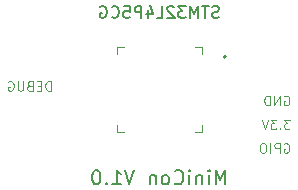
<source format=gbo>
G04 #@! TF.GenerationSoftware,KiCad,Pcbnew,(5.1.10-1-10_14)*
G04 #@! TF.CreationDate,2021-08-08T19:51:24+09:00*
G04 #@! TF.ProjectId,MiniCon,4d696e69-436f-46e2-9e6b-696361645f70,V1.0*
G04 #@! TF.SameCoordinates,Original*
G04 #@! TF.FileFunction,Legend,Bot*
G04 #@! TF.FilePolarity,Positive*
%FSLAX46Y46*%
G04 Gerber Fmt 4.6, Leading zero omitted, Abs format (unit mm)*
G04 Created by KiCad (PCBNEW (5.1.10-1-10_14)) date 2021-08-08 19:51:24*
%MOMM*%
%LPD*%
G01*
G04 APERTURE LIST*
%ADD10C,0.120000*%
%ADD11C,0.200000*%
%ADD12C,0.150000*%
G04 APERTURE END LIST*
D10*
X-9209523Y-111904D02*
X-9209523Y688095D01*
X-9400000Y688095D01*
X-9514285Y650000D01*
X-9590476Y573809D01*
X-9628571Y497619D01*
X-9666666Y345238D01*
X-9666666Y230952D01*
X-9628571Y78571D01*
X-9590476Y2380D01*
X-9514285Y-73809D01*
X-9400000Y-111904D01*
X-9209523Y-111904D01*
X-10009523Y307142D02*
X-10276190Y307142D01*
X-10390476Y-111904D02*
X-10009523Y-111904D01*
X-10009523Y688095D01*
X-10390476Y688095D01*
X-11000000Y307142D02*
X-11114285Y269047D01*
X-11152380Y230952D01*
X-11190476Y154761D01*
X-11190476Y40476D01*
X-11152380Y-35714D01*
X-11114285Y-73809D01*
X-11038095Y-111904D01*
X-10733333Y-111904D01*
X-10733333Y688095D01*
X-11000000Y688095D01*
X-11076190Y650000D01*
X-11114285Y611904D01*
X-11152380Y535714D01*
X-11152380Y459523D01*
X-11114285Y383333D01*
X-11076190Y345238D01*
X-11000000Y307142D01*
X-10733333Y307142D01*
X-11533333Y688095D02*
X-11533333Y40476D01*
X-11571428Y-35714D01*
X-11609523Y-73809D01*
X-11685714Y-111904D01*
X-11838095Y-111904D01*
X-11914285Y-73809D01*
X-11952380Y-35714D01*
X-11990476Y40476D01*
X-11990476Y688095D01*
X-12790476Y650000D02*
X-12714285Y688095D01*
X-12600000Y688095D01*
X-12485714Y650000D01*
X-12409523Y573809D01*
X-12371428Y497619D01*
X-12333333Y345238D01*
X-12333333Y230952D01*
X-12371428Y78571D01*
X-12409523Y2380D01*
X-12485714Y-73809D01*
X-12600000Y-111904D01*
X-12676190Y-111904D01*
X-12790476Y-73809D01*
X-12828571Y-35714D01*
X-12828571Y230952D01*
X-12676190Y230952D01*
D11*
X5575000Y-8042857D02*
X5575000Y-6842857D01*
X5175000Y-7700000D01*
X4775000Y-6842857D01*
X4775000Y-8042857D01*
X4203571Y-8042857D02*
X4203571Y-7242857D01*
X4203571Y-6842857D02*
X4260714Y-6900000D01*
X4203571Y-6957142D01*
X4146428Y-6900000D01*
X4203571Y-6842857D01*
X4203571Y-6957142D01*
X3632142Y-7242857D02*
X3632142Y-8042857D01*
X3632142Y-7357142D02*
X3575000Y-7300000D01*
X3460714Y-7242857D01*
X3289285Y-7242857D01*
X3175000Y-7300000D01*
X3117857Y-7414285D01*
X3117857Y-8042857D01*
X2546428Y-8042857D02*
X2546428Y-7242857D01*
X2546428Y-6842857D02*
X2603571Y-6900000D01*
X2546428Y-6957142D01*
X2489285Y-6900000D01*
X2546428Y-6842857D01*
X2546428Y-6957142D01*
X1289285Y-7928571D02*
X1346428Y-7985714D01*
X1517857Y-8042857D01*
X1632142Y-8042857D01*
X1803571Y-7985714D01*
X1917857Y-7871428D01*
X1975000Y-7757142D01*
X2032142Y-7528571D01*
X2032142Y-7357142D01*
X1975000Y-7128571D01*
X1917857Y-7014285D01*
X1803571Y-6900000D01*
X1632142Y-6842857D01*
X1517857Y-6842857D01*
X1346428Y-6900000D01*
X1289285Y-6957142D01*
X603571Y-8042857D02*
X717857Y-7985714D01*
X775000Y-7928571D01*
X832142Y-7814285D01*
X832142Y-7471428D01*
X775000Y-7357142D01*
X717857Y-7300000D01*
X603571Y-7242857D01*
X432142Y-7242857D01*
X317857Y-7300000D01*
X260714Y-7357142D01*
X203571Y-7471428D01*
X203571Y-7814285D01*
X260714Y-7928571D01*
X317857Y-7985714D01*
X432142Y-8042857D01*
X603571Y-8042857D01*
X-310714Y-7242857D02*
X-310714Y-8042857D01*
X-310714Y-7357142D02*
X-367857Y-7300000D01*
X-482142Y-7242857D01*
X-653571Y-7242857D01*
X-767857Y-7300000D01*
X-824999Y-7414285D01*
X-824999Y-8042857D01*
X-2139285Y-6842857D02*
X-2539285Y-8042857D01*
X-2939285Y-6842857D01*
X-3967857Y-8042857D02*
X-3282142Y-8042857D01*
X-3624999Y-8042857D02*
X-3624999Y-6842857D01*
X-3510714Y-7014285D01*
X-3396428Y-7128571D01*
X-3282142Y-7185714D01*
X-4482142Y-7928571D02*
X-4539285Y-7985714D01*
X-4482142Y-8042857D01*
X-4424999Y-7985714D01*
X-4482142Y-7928571D01*
X-4482142Y-8042857D01*
X-5282142Y-6842857D02*
X-5396428Y-6842857D01*
X-5510714Y-6900000D01*
X-5567857Y-6957142D01*
X-5624999Y-7071428D01*
X-5682142Y-7300000D01*
X-5682142Y-7585714D01*
X-5624999Y-7814285D01*
X-5567857Y-7928571D01*
X-5510714Y-7985714D01*
X-5396428Y-8042857D01*
X-5282142Y-8042857D01*
X-5167857Y-7985714D01*
X-5110714Y-7928571D01*
X-5053571Y-7814285D01*
X-4996428Y-7585714D01*
X-4996428Y-7300000D01*
X-5053571Y-7071428D01*
X-5110714Y-6957142D01*
X-5167857Y-6900000D01*
X-5282142Y-6842857D01*
D12*
X5047619Y6095238D02*
X4904761Y6047619D01*
X4666666Y6047619D01*
X4571428Y6095238D01*
X4523809Y6142857D01*
X4476190Y6238095D01*
X4476190Y6333333D01*
X4523809Y6428571D01*
X4571428Y6476190D01*
X4666666Y6523809D01*
X4857142Y6571428D01*
X4952380Y6619047D01*
X4999999Y6666666D01*
X5047619Y6761904D01*
X5047619Y6857142D01*
X4999999Y6952380D01*
X4952380Y7000000D01*
X4857142Y7047619D01*
X4619047Y7047619D01*
X4476190Y7000000D01*
X4190476Y7047619D02*
X3619047Y7047619D01*
X3904761Y6047619D02*
X3904761Y7047619D01*
X3285714Y6047619D02*
X3285714Y7047619D01*
X2952380Y6333333D01*
X2619047Y7047619D01*
X2619047Y6047619D01*
X2238095Y7047619D02*
X1619047Y7047619D01*
X1952380Y6666666D01*
X1809523Y6666666D01*
X1714285Y6619047D01*
X1666666Y6571428D01*
X1619047Y6476190D01*
X1619047Y6238095D01*
X1666666Y6142857D01*
X1714285Y6095238D01*
X1809523Y6047619D01*
X2095238Y6047619D01*
X2190476Y6095238D01*
X2238095Y6142857D01*
X1238095Y6952380D02*
X1190476Y7000000D01*
X1095238Y7047619D01*
X857142Y7047619D01*
X761904Y7000000D01*
X714285Y6952380D01*
X666666Y6857142D01*
X666666Y6761904D01*
X714285Y6619047D01*
X1285714Y6047619D01*
X666666Y6047619D01*
X-238095Y6047619D02*
X238095Y6047619D01*
X238095Y7047619D01*
X-999999Y6714285D02*
X-999999Y6047619D01*
X-761904Y7095238D02*
X-523809Y6380952D01*
X-1142857Y6380952D01*
X-1523809Y6047619D02*
X-1523809Y7047619D01*
X-1904761Y7047619D01*
X-1999999Y7000000D01*
X-2047619Y6952380D01*
X-2095238Y6857142D01*
X-2095238Y6714285D01*
X-2047619Y6619047D01*
X-1999999Y6571428D01*
X-1904761Y6523809D01*
X-1523809Y6523809D01*
X-2999999Y7047619D02*
X-2523809Y7047619D01*
X-2476190Y6571428D01*
X-2523809Y6619047D01*
X-2619047Y6666666D01*
X-2857142Y6666666D01*
X-2952380Y6619047D01*
X-2999999Y6571428D01*
X-3047619Y6476190D01*
X-3047619Y6238095D01*
X-2999999Y6142857D01*
X-2952380Y6095238D01*
X-2857142Y6047619D01*
X-2619047Y6047619D01*
X-2523809Y6095238D01*
X-2476190Y6142857D01*
X-4047619Y6142857D02*
X-3999999Y6095238D01*
X-3857142Y6047619D01*
X-3761904Y6047619D01*
X-3619047Y6095238D01*
X-3523809Y6190476D01*
X-3476190Y6285714D01*
X-3428571Y6476190D01*
X-3428571Y6619047D01*
X-3476190Y6809523D01*
X-3523809Y6904761D01*
X-3619047Y7000000D01*
X-3761904Y7047619D01*
X-3857142Y7047619D01*
X-3999999Y7000000D01*
X-4047619Y6952380D01*
X-4999999Y7000000D02*
X-4904761Y7047619D01*
X-4761904Y7047619D01*
X-4619047Y7000000D01*
X-4523809Y6904761D01*
X-4476190Y6809523D01*
X-4428571Y6619047D01*
X-4428571Y6476190D01*
X-4476190Y6285714D01*
X-4523809Y6190476D01*
X-4619047Y6095238D01*
X-4761904Y6047619D01*
X-4857142Y6047619D01*
X-4999999Y6095238D01*
X-5047619Y6142857D01*
X-5047619Y6476190D01*
X-4857142Y6476190D01*
D10*
X10562476Y-4600000D02*
X10638666Y-4561904D01*
X10752952Y-4561904D01*
X10867238Y-4600000D01*
X10943428Y-4676190D01*
X10981523Y-4752380D01*
X11019619Y-4904761D01*
X11019619Y-5019047D01*
X10981523Y-5171428D01*
X10943428Y-5247619D01*
X10867238Y-5323809D01*
X10752952Y-5361904D01*
X10676761Y-5361904D01*
X10562476Y-5323809D01*
X10524380Y-5285714D01*
X10524380Y-5019047D01*
X10676761Y-5019047D01*
X10181523Y-5361904D02*
X10181523Y-4561904D01*
X9876761Y-4561904D01*
X9800571Y-4600000D01*
X9762476Y-4638095D01*
X9724380Y-4714285D01*
X9724380Y-4828571D01*
X9762476Y-4904761D01*
X9800571Y-4942857D01*
X9876761Y-4980952D01*
X10181523Y-4980952D01*
X9381523Y-5361904D02*
X9381523Y-4561904D01*
X8848190Y-4561904D02*
X8695809Y-4561904D01*
X8619619Y-4600000D01*
X8543428Y-4676190D01*
X8505333Y-4828571D01*
X8505333Y-5095238D01*
X8543428Y-5247619D01*
X8619619Y-5323809D01*
X8695809Y-5361904D01*
X8848190Y-5361904D01*
X8924380Y-5323809D01*
X9000571Y-5247619D01*
X9038666Y-5095238D01*
X9038666Y-4828571D01*
X9000571Y-4676190D01*
X8924380Y-4600000D01*
X8848190Y-4561904D01*
X11057714Y-2561904D02*
X10562476Y-2561904D01*
X10829142Y-2866666D01*
X10714857Y-2866666D01*
X10638666Y-2904761D01*
X10600571Y-2942857D01*
X10562476Y-3019047D01*
X10562476Y-3209523D01*
X10600571Y-3285714D01*
X10638666Y-3323809D01*
X10714857Y-3361904D01*
X10943428Y-3361904D01*
X11019619Y-3323809D01*
X11057714Y-3285714D01*
X10219619Y-3285714D02*
X10181523Y-3323809D01*
X10219619Y-3361904D01*
X10257714Y-3323809D01*
X10219619Y-3285714D01*
X10219619Y-3361904D01*
X9914857Y-2561904D02*
X9419619Y-2561904D01*
X9686285Y-2866666D01*
X9572000Y-2866666D01*
X9495809Y-2904761D01*
X9457714Y-2942857D01*
X9419619Y-3019047D01*
X9419619Y-3209523D01*
X9457714Y-3285714D01*
X9495809Y-3323809D01*
X9572000Y-3361904D01*
X9800571Y-3361904D01*
X9876761Y-3323809D01*
X9914857Y-3285714D01*
X9191047Y-2561904D02*
X8924380Y-3361904D01*
X8657714Y-2561904D01*
X10562476Y-600000D02*
X10638666Y-561904D01*
X10752952Y-561904D01*
X10867238Y-600000D01*
X10943428Y-676190D01*
X10981523Y-752380D01*
X11019619Y-904761D01*
X11019619Y-1019047D01*
X10981523Y-1171428D01*
X10943428Y-1247619D01*
X10867238Y-1323809D01*
X10752952Y-1361904D01*
X10676761Y-1361904D01*
X10562476Y-1323809D01*
X10524380Y-1285714D01*
X10524380Y-1019047D01*
X10676761Y-1019047D01*
X10181523Y-1361904D02*
X10181523Y-561904D01*
X9724380Y-1361904D01*
X9724380Y-561904D01*
X9343428Y-1361904D02*
X9343428Y-561904D01*
X9152952Y-561904D01*
X9038666Y-600000D01*
X8962476Y-676190D01*
X8924380Y-752380D01*
X8886285Y-904761D01*
X8886285Y-1019047D01*
X8924380Y-1171428D01*
X8962476Y-1247619D01*
X9038666Y-1323809D01*
X9152952Y-1361904D01*
X9343428Y-1361904D01*
D11*
X5650000Y2750000D02*
G75*
G03*
X5650000Y2750000I-100000J0D01*
G01*
D10*
X3600000Y-3600000D02*
X3600000Y-3000000D01*
X3000000Y-3600000D02*
X3600000Y-3600000D01*
X-3600000Y-3600000D02*
X-3000000Y-3600000D01*
X-3600000Y-3000000D02*
X-3600000Y-3600000D01*
X-3600000Y3600000D02*
X-3600000Y3000000D01*
X-3000000Y3600000D02*
X-3600000Y3600000D01*
X3600000Y3600000D02*
X3000000Y3600000D01*
X3600000Y3000000D02*
X3600000Y3600000D01*
M02*

</source>
